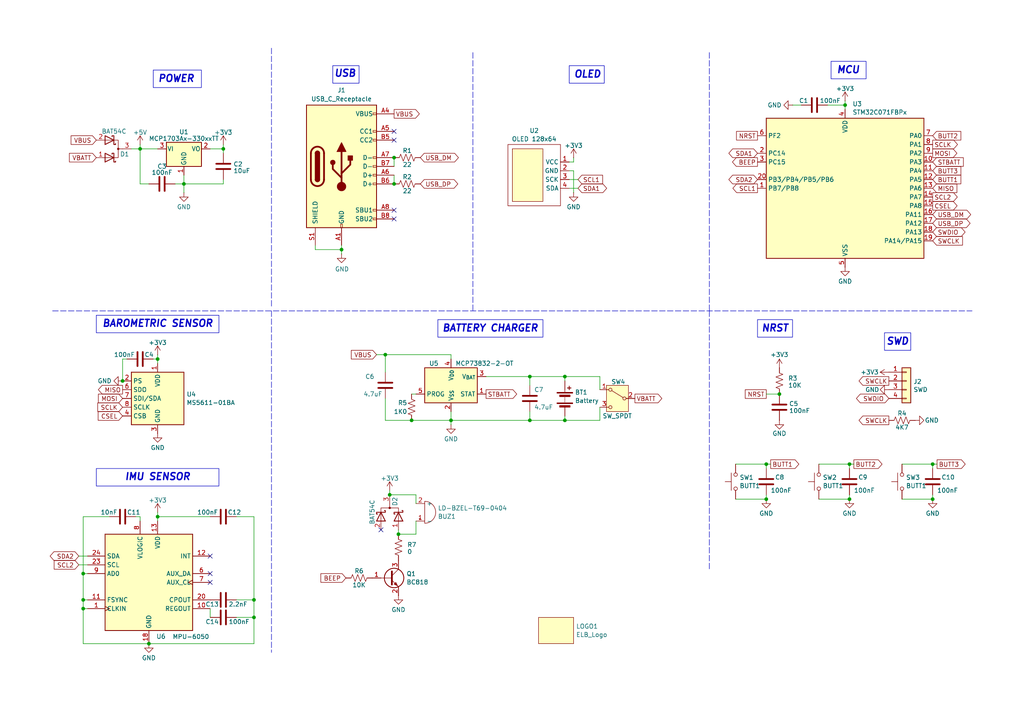
<source format=kicad_sch>
(kicad_sch (version 20250114) (generator "eeschema") (generator_version "9.0")
  (paper "A4")
  (title_block (title "ElbALTM 1") (date "2025-07-02") (rev "1.0") (company "ELB lab") (comment 4 "Altimetro portalie a batteria LiPo"))
  (lib_symbols
    (symbol "Battery_Management:MCP73831-2-OT"
      (property "Reference" "U" (at -7.62 6.35 0))
      (property "Value" "MCP73831-2-OT" (at 1.27 6.35 0))
      (symbol "MCP73831-2-OT_0_1"
        (rectangle (start -7.62 5.08) (end 7.62 -5.08) (stroke (width 0.254)) (fill (type background)))
      )
      (symbol "MCP73831-2-OT_1_1"
        (pin input line (at -10.16 -2.54 0) (length 2.54) (name "PROG") (number "5"))
        (pin power_in line (at 0 7.62 270) (length 2.54) (name "V_{DD}") (number "4"))
        (pin power_in line (at 0 -7.62 90) (length 2.54) (name "V_{SS}") (number "2"))
        (pin power_out line (at 10.16 2.54 180) (length 2.54) (name "V_{BAT}") (number "3"))
        (pin tri_state line (at 10.16 -2.54 180) (length 2.54) (name "STAT") (number "1"))
      )
    )
    (symbol "Connector:USB_C_Receptacle_USB2.0_16P" (pin_names (offset 1.016))
      (property "Reference" "J" (at 0 22.225 0))
      (property "Value" "USB_C_Receptacle_USB2.0_16P" (at 0 19.685 0))
      (symbol "USB_C_Receptacle_USB2.0_16P_0_0"
        (rectangle (start -0.254 -17.78) (end 0.254 -16.764))
        (rectangle (start 10.16 15.494) (end 9.144 14.986))
        (rectangle (start 10.16 10.414) (end 9.144 9.906))
        (rectangle (start 10.16 7.874) (end 9.144 7.366))
        (rectangle (start 10.16 2.794) (end 9.144 2.286))
        (rectangle (start 10.16 0.254) (end 9.144 -0.254))
        (rectangle (start 10.16 -2.286) (end 9.144 -2.794))
        (rectangle (start 10.16 -4.826) (end 9.144 -5.334))
        (rectangle (start 10.16 -12.446) (end 9.144 -12.954))
        (rectangle (start 10.16 -14.986) (end 9.144 -15.494))
      )
      (symbol "USB_C_Receptacle_USB2.0_16P_0_1"
        (rectangle (start -10.16 17.78) (end 10.16 -17.78) (stroke (width 0.254)) (fill (type background)))
        (polyline (pts (xy -8.89 -3.81) (xy -8.89 3.81)) (stroke (width 0.508)))
        (rectangle (start -7.62 -3.81) (end -6.35 3.81) (stroke (width 0.254)) (fill (type outline)))
        (arc (start -7.62 3.81) (mid -6.985 4.4423) (end -6.35 3.81) (stroke (width 0.254)))
        (arc (start -7.62 3.81) (mid -6.985 4.4423) (end -6.35 3.81) (stroke (width 0.254)) (fill (type outline)))
        (arc (start -8.89 3.81) (mid -6.985 5.7067) (end -5.08 3.81) (stroke (width 0.508)))
        (arc (start -5.08 -3.81) (mid -6.985 -5.7067) (end -8.89 -3.81) (stroke (width 0.508)))
        (arc (start -6.35 -3.81) (mid -6.985 -4.4423) (end -7.62 -3.81) (stroke (width 0.254)))
        (arc (start -6.35 -3.81) (mid -6.985 -4.4423) (end -7.62 -3.81) (stroke (width 0.254)) (fill (type outline)))
        (polyline (pts (xy -5.08 3.81) (xy -5.08 -3.81)) (stroke (width 0.508)))
        (circle (center -2.54 1.143) (radius 0.635) (stroke (width 0.254)) (fill (type outline)))
        (polyline (pts (xy -1.27 4.318) (xy 0 6.858) (xy 1.27 4.318) (xy -1.27 4.318)) (stroke (width 0.254)) (fill (type outline)))
        (polyline (pts (xy 0 -2.032) (xy 2.54 0.508) (xy 2.54 1.778)) (stroke (width 0.508)))
        (polyline (pts (xy 0 -3.302) (xy -2.54 -0.762) (xy -2.54 0.508)) (stroke (width 0.508)))
        (polyline (pts (xy 0 -5.842) (xy 0 4.318)) (stroke (width 0.508)))
        (circle (center 0 -5.842) (radius 1.27) (fill (type outline)))
        (rectangle (start 1.905 1.778) (end 3.175 3.048) (stroke (width 0.254)) (fill (type outline)))
      )
      (symbol "USB_C_Receptacle_USB2.0_16P_1_1"
        (pin passive line (at -7.62 -22.86 90) (length 5.08) (name "SHIELD") (number "S1"))
        (pin passive line (at 0 -22.86 90) (length 5.08) (name "GND") (number "A1"))
        (pin passive line (at 0 -22.86 90) (length 5.08) (hide yes) (name "GND") (number "A12"))
        (pin passive line (at 0 -22.86 90) (length 5.08) (hide yes) (name "GND") (number "B1"))
        (pin passive line (at 0 -22.86 90) (length 5.08) (hide yes) (name "GND") (number "B12"))
        (pin passive line (at 15.24 15.24 180) (length 5.08) (name "VBUS") (number "A4"))
        (pin passive line (at 15.24 15.24 180) (length 5.08) (hide yes) (name "VBUS") (number "A9"))
        (pin passive line (at 15.24 15.24 180) (length 5.08) (hide yes) (name "VBUS") (number "B4"))
        (pin passive line (at 15.24 15.24 180) (length 5.08) (hide yes) (name "VBUS") (number "B9"))
        (pin bidirectional line (at 15.24 10.16 180) (length 5.08) (name "CC1") (number "A5"))
        (pin bidirectional line (at 15.24 7.62 180) (length 5.08) (name "CC2") (number "B5"))
        (pin bidirectional line (at 15.24 2.54 180) (length 5.08) (name "D-") (number "A7"))
        (pin bidirectional line (at 15.24 0 180) (length 5.08) (name "D-") (number "B7"))
        (pin bidirectional line (at 15.24 -2.54 180) (length 5.08) (name "D+") (number "A6"))
        (pin bidirectional line (at 15.24 -5.08 180) (length 5.08) (name "D+") (number "B6"))
        (pin bidirectional line (at 15.24 -12.7 180) (length 5.08) (name "SBU1") (number "A8"))
        (pin bidirectional line (at 15.24 -15.24 180) (length 5.08) (name "SBU2") (number "B8"))
      )
    )
    (symbol "Connector_Generic:Conn_01x04" (pin_names (offset 1.016) (hide yes))
      (property "Reference" "J" (at 0 5.08 0))
      (property "Value" "Conn_01x04" (at 0 -7.62 0))
      (symbol "Conn_01x04_1_1"
        (rectangle (start -1.27 3.81) (end 1.27 -6.35) (stroke (width 0.254)) (fill (type background)))
        (rectangle (start -1.27 2.667) (end 0 2.413) (stroke (width 0.1524)))
        (rectangle (start -1.27 0.127) (end 0 -0.127) (stroke (width 0.1524)))
        (rectangle (start -1.27 -2.413) (end 0 -2.667) (stroke (width 0.1524)))
        (rectangle (start -1.27 -4.953) (end 0 -5.207) (stroke (width 0.1524)))
        (pin passive line (at -5.08 2.54 0) (length 3.81) (name "Pin_1") (number "1"))
        (pin passive line (at -5.08 0 0) (length 3.81) (name "Pin_2") (number "2"))
        (pin passive line (at -5.08 -2.54 0) (length 3.81) (name "Pin_3") (number "3"))
        (pin passive line (at -5.08 -5.08 0) (length 3.81) (name "Pin_4") (number "4"))
      )
    )
    (symbol "Device:Battery" (pin_numbers (hide yes)) (pin_names (offset 0) (hide yes))
      (property "Reference" "BT" (at 2.54 2.54 0))
      (property "Value" "Battery" (at 2.54 0 0))
      (symbol "Battery_0_1"
        (rectangle (start -2.286 1.778) (end 2.286 1.524) (fill (type outline)))
        (rectangle (start -2.286 -1.27) (end 2.286 -1.524) (fill (type outline)))
        (rectangle (start -1.524 1.016) (end 1.524 0.508) (fill (type outline)))
        (rectangle (start -1.524 -2.032) (end 1.524 -2.54) (fill (type outline)))
        (polyline (pts (xy 0 1.778) (xy 0 2.54)))
        (polyline (pts (xy 0 0) (xy 0 0.254)))
        (polyline (pts (xy 0 -0.508) (xy 0 -0.254)))
        (polyline (pts (xy 0 -1.016) (xy 0 -0.762)))
        (polyline (pts (xy 0.762 3.048) (xy 1.778 3.048)) (stroke (width 0.254)))
        (polyline (pts (xy 1.27 3.556) (xy 1.27 2.54)) (stroke (width 0.254)))
      )
      (symbol "Battery_1_1"
        (pin passive line (at 0 5.08 270) (length 2.54) (name "+") (number "1"))
        (pin passive line (at 0 -5.08 90) (length 2.54) (name "-") (number "2"))
      )
    )
    (symbol "Device:C" (pin_numbers (hide yes)) (pin_names (offset 0.254))
      (property "Reference" "C" (at 0.635 2.54 0))
      (property "Value" "C" (at 0.635 -2.54 0))
      (symbol "C_0_1"
        (polyline (pts (xy -2.032 0.762) (xy 2.032 0.762)) (stroke (width 0.508)))
        (polyline (pts (xy -2.032 -0.762) (xy 2.032 -0.762)) (stroke (width 0.508)))
      )
      (symbol "C_1_1"
        (pin passive line (at 0 3.81 270) (length 2.794) (name "~") (number "1"))
        (pin passive line (at 0 -3.81 90) (length 2.794) (name "~") (number "2"))
      )
    )
    (symbol "Device:D_Schottky_Dual_CommonCathode_AAK_Parallel" (pin_names (offset 0.762) (hide yes))
      (property "Reference" "D" (at 0 5.08 0))
      (property "Value" "D_Schottky_Dual_CommonCathode_AAK_Parallel" (at 0 -5.08 0))
      (symbol "D_Schottky_Dual_CommonCathode_AAK_Parallel_0_1"
        (polyline (pts (xy -2.54 3.81) (xy 0 2.54) (xy -2.54 1.27) (xy -2.54 3.81) (xy -2.54 3.81) (xy -2.54 3.81)) (stroke (width 0.254)))
        (polyline (pts (xy -2.54 -1.27) (xy 0 -2.54) (xy -2.54 -3.81) (xy -2.54 -1.27) (xy -2.54 -1.27) (xy -2.54 -1.27)) (stroke (width 0.254)))
        (polyline (pts (xy -2.54 -2.54) (xy 1.27 -2.54) (xy 1.27 2.54) (xy -2.54 2.54)))
        (polyline (pts (xy 0.508 3.556) (xy 0.508 3.81) (xy 0 3.81) (xy 0 1.27) (xy -0.508 1.27) (xy -0.508 1.524)) (stroke (width 0.254)))
        (polyline (pts (xy 0.508 -1.524) (xy 0.508 -1.27) (xy 0 -1.27) (xy 0 -3.81) (xy -0.508 -3.81) (xy -0.508 -3.556)) (stroke (width 0.254)))
        (polyline (pts (xy 1.27 0) (xy 2.54 0)))
        (circle (center 1.27 0) (radius 0.254) (fill (type outline)))
        (pin passive line (at -5.08 2.54 0) (length 2.54) (name "A") (number "1"))
        (pin passive line (at -5.08 -2.54 0) (length 2.54) (name "A") (number "2"))
        (pin passive line (at 5.08 0 180) (length 2.54) (name "K") (number "3"))
      )
    )
    (symbol "Device:R_US" (pin_numbers (hide yes)) (pin_names (offset 0))
      (property "Reference" "R" (at 2.54 0 90))
      (property "Value" "R_US" (at -2.54 0 90))
      (symbol "R_US_0_1"
        (polyline (pts (xy 0 2.286) (xy 0 2.54)))
        (polyline (pts (xy 0 2.286) (xy 1.016 1.905) (xy 0 1.524) (xy -1.016 1.143) (xy 0 0.762)))
        (polyline (pts (xy 0 0.762) (xy 1.016 0.381) (xy 0 0) (xy -1.016 -0.381) (xy 0 -0.762)))
        (polyline (pts (xy 0 -0.762) (xy 1.016 -1.143) (xy 0 -1.524) (xy -1.016 -1.905) (xy 0 -2.286)))
        (polyline (pts (xy 0 -2.286) (xy 0 -2.54)))
      )
      (symbol "R_US_1_1"
        (pin passive line (at 0 3.81 270) (length 1.27) (name "~") (number "1"))
        (pin passive line (at 0 -3.81 90) (length 1.27) (name "~") (number "2"))
      )
    )
    (symbol "MCU_ST_STM32C0:STM32C071FBPx"
      (property "Reference" "U" (at -22.86 21.59 0))
      (property "Value" "STM32C071FBPx" (at 2.54 21.59 0))
      (symbol "STM32C071FBPx_0_1"
        (rectangle (start -22.86 -20.32) (end 22.86 20.32) (stroke (width 0.254)) (fill (type background)))
      )
      (symbol "STM32C071FBPx_1_1"
        (pin bidirectional line (at -25.4 15.24 0) (length 2.54) (name "PF2") (number "6"))
        (pin bidirectional line (at -25.4 10.16 0) (length 2.54) (name "PC14") (number "2"))
        (pin bidirectional line (at -25.4 7.62 0) (length 2.54) (name "PC15") (number "3"))
        (pin bidirectional line (at -25.4 2.54 0) (length 2.54) (name "PB3/PB4/PB5/PB6") (number "20"))
        (pin bidirectional line (at -25.4 0 0) (length 2.54) (name "PB7/PB8") (number "1"))
        (pin power_in line (at 0 22.86 270) (length 2.54) (name "VDD") (number "4"))
        (pin power_in line (at 0 -22.86 90) (length 2.54) (name "VSS") (number "5"))
        (pin bidirectional line (at 25.4 15.24 180) (length 2.54) (name "PA0") (number "7"))
        (pin bidirectional line (at 25.4 12.7 180) (length 2.54) (name "PA1") (number "8"))
        (pin bidirectional line (at 25.4 10.16 180) (length 2.54) (name "PA2") (number "9"))
        (pin bidirectional line (at 25.4 7.62 180) (length 2.54) (name "PA3") (number "10"))
        (pin bidirectional line (at 25.4 5.08 180) (length 2.54) (name "PA4") (number "11"))
        (pin bidirectional line (at 25.4 2.54 180) (length 2.54) (name "PA5") (number "12"))
        (pin bidirectional line (at 25.4 0 180) (length 2.54) (name "PA6") (number "13"))
        (pin bidirectional line (at 25.4 -2.54 180) (length 2.54) (name "PA7") (number "14"))
        (pin bidirectional line (at 25.4 -5.08 180) (length 2.54) (name "PA8") (number "15"))
        (pin bidirectional line (at 25.4 -7.62 180) (length 2.54) (name "PA11") (number "16"))
        (pin bidirectional line (at 25.4 -10.16 180) (length 2.54) (name "PA12") (number "17"))
        (pin bidirectional line (at 25.4 -12.7 180) (length 2.54) (name "PA13") (number "18"))
        (pin bidirectional line (at 25.4 -15.24 180) (length 2.54) (name "PA14/PA15") (number "19"))
      )
    )
    (symbol "MyLibrary:BUZZ"
      (property "Reference" "BUZ" (at 0 5.715 0))
      (property "Value" "LD-BZEL-T69-0404" (at 0 -5.08 0))
      (symbol "BUZZ_0_1"
        (polyline (pts (xy -1.651 1.905) (xy -1.143 1.905)))
        (polyline (pts (xy -1.397 2.159) (xy -1.397 1.651)))
        (arc (start 0 3.175) (mid 3.1612 0) (end 0 -3.175))
        (polyline (pts (xy 0 3.175) (xy 0 -3.175)))
      )
      (symbol "BUZZ_1_1"
        (pin passive line (at -2.54 2.54 0) (length 2.54) (name "-") (number "1"))
        (pin passive line (at -2.54 -2.54 0) (length 2.54) (name "+") (number "2"))
      )
    )
    (symbol "MyLibrary:ELB_Logo_Small"
      (property "Reference" "LOGO" (at 0 -1.27 0))
      (property "Value" "ELB_Logo" (at 0 1.27 0))
      (symbol "ELB_Logo_Small_0_1"
        (rectangle (start -5.08 3.81) (end 5.08 -3.81) (stroke (width 0.1524)) (fill (type background)))
      )
    )
    (symbol "OLED:OLED128x64"
      (property "Reference" "U" (at 5.08 11.43 0))
      (property "Value" "OLED 128x64" (at 5.08 8.89 0))
      (symbol "OLED128x64_0_1"
        (rectangle (start -8.89 7.62) (end 8.89 -7.62))
      )
      (symbol "OLED128x64_1_1"
        (rectangle (start -7.62 2.54) (end 7.62 -6.35) (fill (type background)))
        (pin power_in line (at -3.81 10.16 270) (length 2.54) (name "VCC") (number "1"))
        (pin power_in line (at -1.27 10.16 270) (length 2.54) (name "GND") (number "2"))
        (pin input line (at 1.27 10.16 270) (length 2.54) (name "SCK") (number "3"))
        (pin bidirectional line (at 3.81 10.16 270) (length 2.54) (name "SDA") (number "4"))
      )
    )
    (symbol "Regulator_Linear:MCP1703Ax-330xxTT" (pin_names (offset 0.254))
      (property "Reference" "U" (at -3.81 3.175 0))
      (property "Value" "MCP1703Ax-330xxTT" (at 0 3.175 0))
      (symbol "MCP1703Ax-330xxTT_0_1"
        (rectangle (start -5.08 -5.08) (end 5.08 1.905) (stroke (width 0.254)) (fill (type background)))
      )
      (symbol "MCP1703Ax-330xxTT_1_1"
        (pin power_in line (at -7.62 0 0) (length 2.54) (name "VI") (number "3"))
        (pin power_in line (at 0 -7.62 90) (length 2.54) (name "GND") (number "1"))
        (pin power_out line (at 7.62 0 180) (length 2.54) (name "VO") (number "2"))
      )
    )
    (symbol "Sensor_Motion:MPU-6050"
      (property "Reference" "U" (at -11.43 13.97 0))
      (property "Value" "MPU-6050" (at 7.62 -15.24 0))
      (symbol "MPU-6050_0_0"
        (text "" (at 12.7 -2.54 0) (effects (font (size 1.27 1.27))))
      )
      (symbol "MPU-6050_0_1"
        (rectangle (start -12.7 13.97) (end 12.7 -13.97) (stroke (width 0.254)) (fill (type background)))
      )
      (symbol "MPU-6050_1_1"
        (pin bidirectional line (at -17.78 7.62 0) (length 5.08) (name "SDA") (number "24"))
        (pin input line (at -17.78 5.08 0) (length 5.08) (name "SCL") (number "23"))
        (pin input line (at -17.78 2.54 0) (length 5.08) (name "AD0") (number "9"))
        (pin input line (at -17.78 -5.08 0) (length 5.08) (name "FSYNC") (number "11"))
        (pin input clock (at -17.78 -7.62 0) (length 5.08) (name "CLKIN") (number "1"))
        (pin no_connect line (at -12.7 12.7 0) (length 2.54) (hide yes) (name "NC") (number "2"))
        (pin no_connect line (at -12.7 10.16 0) (length 2.54) (hide yes) (name "NC") (number "3"))
        (pin no_connect line (at -12.7 0 0) (length 2.54) (hide yes) (name "NC") (number "4"))
        (pin no_connect line (at -12.7 -2.54 0) (length 2.54) (hide yes) (name "NC") (number "5"))
        (pin no_connect line (at -12.7 -10.16 0) (length 2.54) (hide yes) (name "NC") (number "14"))
        (pin power_in line (at -2.54 17.78 270) (length 3.81) (name "VLOGIC") (number "8"))
        (pin power_in line (at 0 -17.78 90) (length 3.81) (name "GND") (number "18"))
        (pin power_in line (at 2.54 17.78 270) (length 3.81) (name "VDD") (number "13"))
        (pin no_connect line (at 12.7 12.7 180) (length 2.54) (hide yes) (name "NC") (number "15"))
        (pin no_connect line (at 12.7 10.16 180) (length 2.54) (hide yes) (name "NC") (number "16"))
        (pin no_connect line (at 12.7 5.08 180) (length 2.54) (hide yes) (name "NC") (number "17"))
        (pin no_connect line (at 12.7 -2.54 180) (length 2.54) (hide yes) (name "RESV") (number "21"))
        (pin no_connect line (at 12.7 -10.16 180) (length 2.54) (hide yes) (name "RESV") (number "19"))
        (pin no_connect line (at 12.7 -12.7 180) (length 2.54) (hide yes) (name "RESV") (number "22"))
        (pin output line (at 17.78 7.62 180) (length 5.08) (name "INT") (number "12"))
        (pin bidirectional line (at 17.78 2.54 180) (length 5.08) (name "AUX_DA") (number "6"))
        (pin output clock (at 17.78 0 180) (length 5.08) (name "AUX_CL") (number "7"))
        (pin passive line (at 17.78 -5.08 180) (length 5.08) (name "CPOUT") (number "20"))
        (pin passive line (at 17.78 -7.62 180) (length 5.08) (name "REGOUT") (number "10"))
      )
    )
    (symbol "Sensor_Pressure:MS5611-01BA"
      (property "Reference" "U" (at -6.35 8.89 0))
      (property "Value" "MS5611-01BA" (at 7.62 8.89 0))
      (symbol "MS5611-01BA_0_1"
        (rectangle (start -7.62 7.62) (end 7.62 -7.62) (stroke (width 0.254)) (fill (type background)))
      )
      (symbol "MS5611-01BA_1_1"
        (pin input line (at -10.16 5.08 0) (length 2.54) (name "PS") (number "2"))
        (pin output line (at -10.16 2.54 0) (length 2.54) (name "SDO") (number "6"))
        (pin bidirectional line (at -10.16 0 0) (length 2.54) (name "SDI/SDA") (number "7"))
        (pin input line (at -10.16 -2.54 0) (length 2.54) (name "SCLK") (number "8"))
        (pin input line (at -10.16 -5.08 0) (length 2.54) (name "CSB") (number "4"))
        (pin input line (at -10.16 -5.08 0) (length 2.54) (hide yes) (name "CSB") (number "5"))
        (pin power_in line (at 0 10.16 270) (length 2.54) (name "VDD") (number "1"))
        (pin power_in line (at 0 -10.16 90) (length 2.54) (name "GND") (number "3"))
      )
    )
    (symbol "Switch:SW_Push" (pin_numbers (hide yes)) (pin_names (offset 1.016) (hide yes))
      (property "Reference" "SW" (at 1.27 2.54 0))
      (property "Value" "SW_Push" (at 0 -1.524 0))
      (symbol "SW_Push_0_1"
        (circle (center -2.032 0) (radius 0.508))
        (polyline (pts (xy 0 1.27) (xy 0 3.048)))
        (circle (center 2.032 0) (radius 0.508))
        (polyline (pts (xy 2.54 1.27) (xy -2.54 1.27)))
        (pin passive line (at -5.08 0 0) (length 2.54) (name "1") (number "1"))
        (pin passive line (at 5.08 0 180) (length 2.54) (name "2") (number "2"))
      )
    )
    (symbol "Switch:SW_SPDT" (pin_names (offset 0) (hide yes))
      (property "Reference" "SW" (at 0 5.08 0))
      (property "Value" "SW_SPDT" (at 0 -5.08 0))
      (symbol "SW_SPDT_0_1"
        (circle (center -2.032 0) (radius 0.4572))
        (polyline (pts (xy -1.651 0.254) (xy 1.651 2.286)))
        (circle (center 2.032 2.54) (radius 0.4572))
        (circle (center 2.032 -2.54) (radius 0.4572))
      )
      (symbol "SW_SPDT_1_1"
        (rectangle (start -3.175 3.81) (end 3.175 -3.81) (fill (type background)))
        (pin passive line (at -5.08 0 0) (length 2.54) (name "B") (number "2"))
        (pin passive line (at 5.08 2.54 180) (length 2.54) (name "A") (number "1"))
        (pin passive line (at 5.08 -2.54 180) (length 2.54) (name "C") (number "3"))
      )
    )
    (symbol "Transistor_BJT:BC818" (pin_names (offset 0) (hide yes))
      (property "Reference" "Q" (at 5.08 1.905 0))
      (property "Value" "BC818" (at 5.08 0 0))
      (symbol "BC818_0_1"
        (polyline (pts (xy -2.54 0) (xy 0.635 0)))
        (polyline (pts (xy 0.635 1.905) (xy 0.635 -1.905)) (stroke (width 0.508)))
        (circle (center 1.27 0) (radius 2.8194) (stroke (width 0.254)))
      )
      (symbol "BC818_1_1"
        (polyline (pts (xy 0.635 0.635) (xy 2.54 2.54)))
        (polyline (pts (xy 0.635 -0.635) (xy 2.54 -2.54)))
        (polyline (pts (xy 1.27 -1.778) (xy 1.778 -1.27) (xy 2.286 -2.286) (xy 1.27 -1.778)) (fill (type outline)))
        (pin input line (at -5.08 0 0) (length 2.54) (name "B") (number "1"))
        (pin passive line (at 2.54 5.08 270) (length 2.54) (name "C") (number "3"))
        (pin passive line (at 2.54 -5.08 90) (length 2.54) (name "E") (number "2"))
      )
    )
    (symbol "power:+3V3" (power) (pin_numbers (hide yes)) (pin_names (offset 0) (hide yes))
      (property "Value" "+3V3" (at 0 3.556 0))
      (symbol "+3V3_0_1"
        (polyline (pts (xy -0.762 1.27) (xy 0 2.54)))
        (polyline (pts (xy 0 2.54) (xy 0.762 1.27)))
        (polyline (pts (xy 0 0) (xy 0 2.54)))
      )
      (symbol "+3V3_1_1"
        (pin power_in line (at 0 0 90) (length 0) (name "~") (number "1"))
      )
    )
    (symbol "power:+5V" (power) (pin_numbers (hide yes)) (pin_names (offset 0) (hide yes))
      (property "Value" "+5V" (at 0 3.556 0))
      (symbol "+5V_0_1"
        (polyline (pts (xy -0.762 1.27) (xy 0 2.54)))
        (polyline (pts (xy 0 2.54) (xy 0.762 1.27)))
        (polyline (pts (xy 0 0) (xy 0 2.54)))
      )
      (symbol "+5V_1_1"
        (pin power_in line (at 0 0 90) (length 0) (name "~") (number "1"))
      )
    )
    (symbol "power:GND" (power) (pin_numbers (hide yes)) (pin_names (offset 0) (hide yes))
      (property "Value" "GND" (at 0 -3.81 0))
      (symbol "GND_0_1"
        (polyline (pts (xy 0 0) (xy 0 -1.27) (xy 1.27 -1.27) (xy 0 -2.54) (xy -1.27 -1.27) (xy 0 -1.27)))
      )
      (symbol "GND_1_1"
        (pin power_in line (at 0 0 270) (length 0) (name "~") (number "1"))
      )
    )
  )
  (rectangle (start 96.52 19.05) (end 104.14 24.13))
  (rectangle (start 27.94 135.89) (end 63.5 140.97))
  (rectangle (start 127 92.71) (end 157.48 97.79))
  (rectangle (start 165.1 19.05) (end 175.26 24.13))
  (rectangle (start 219.71 92.71) (end 229.87 97.79))
  (rectangle (start 241.046 17.78) (end 251.206 22.86))
  (rectangle (start 44.45 20.32) (end 58.42 25.4))
  (rectangle (start 256.54 96.52) (end 264.16 101.6))
  (rectangle (start 27.94 91.44) (end 63.5 96.52))
  (text "SWD" (at 260.35 100.33 0) (effects (font (size 2.0066 2.0066) (thickness 0.4013) (bold yes) (italic yes)) (justify bottom)))
  (text "IMU SENSOR" (at 45.72 138.43 0) (effects (font (size 2.0066 2.0066) (thickness 0.4013) (bold yes) (italic yes))))
  (text "POWER\n" (at 45.72 24.13 0) (effects (font (size 2.0066 2.0066) (thickness 0.4013) (bold yes) (italic yes)) (justify left bottom)))
  (text "NRST" (at 224.79 96.52 0) (effects (font (size 2.0066 2.0066) (thickness 0.4013) (bold yes) (italic yes)) (justify bottom)))
  (text "USB" (at 103.378 22.606 0) (effects (font (size 2.0066 2.0066) (thickness 0.4013) (bold yes) (italic yes)) (justify right bottom)))
  (text "BATTERY CHARGER" (at 156.21 96.52 0) (effects (font (size 2.0066 2.0066) (thickness 0.4013) (bold yes) (italic yes)) (justify right bottom)))
  (text "BAROMETRIC SENSOR" (at 45.72 93.98 0) (effects (font (size 2.0066 2.0066) (thickness 0.4013) (bold yes) (italic yes))))
  (text "OLED" (at 166.37 22.86 0) (effects (font (size 2.0066 2.0066) (thickness 0.4013) (bold yes) (italic yes)) (justify left bottom)))
  (text "MCU" (at 242.57 21.59 0) (effects (font (size 2.0066 2.0066) (thickness 0.4013) (bold yes) (italic yes)) (justify left bottom)))
  (junction (at 113.03 143.51))
  (junction (at 222.25 134.62))
  (junction (at 64.77 43.18))
  (junction (at 111.76 102.87))
  (junction (at 73.66 173.99))
  (junction (at 99.06 72.39))
  (junction (at 24.13 176.53))
  (junction (at 130.81 121.92))
  (junction (at 35.56 110.49))
  (junction (at 246.38 134.62))
  (junction (at 73.66 179.07))
  (junction (at 246.38 144.78))
  (junction (at 24.13 166.37))
  (junction (at 24.13 173.99))
  (junction (at 114.3 45.72))
  (junction (at 115.57 154.94))
  (junction (at 163.83 121.92))
  (junction (at 40.64 43.18))
  (junction (at 45.72 104.14))
  (junction (at 163.83 109.22))
  (junction (at 226.06 114.3))
  (junction (at 245.11 30.48))
  (junction (at 114.3 53.34))
  (junction (at 270.51 144.78))
  (junction (at 119.38 121.92))
  (junction (at 43.18 186.69))
  (junction (at 153.67 121.92))
  (junction (at 270.51 134.62))
  (junction (at 45.72 149.86))
  (junction (at 153.67 109.22))
  (junction (at 53.34 53.34))
  (junction (at 222.25 144.78))
  (no_connect (at 114.3 60.96))
  (no_connect (at 114.3 63.5))
  (no_connect (at 114.3 40.64))
  (no_connect (at 60.96 161.29))
  (no_connect (at 110.49 153.67))
  (no_connect (at 114.3 38.1))
  (no_connect (at 60.96 166.37))
  (no_connect (at 60.96 168.91))
  (wire (pts (xy 237.49 144.78) (xy 246.38 144.78)))
  (wire (pts (xy 73.66 179.07) (xy 73.66 173.99)))
  (wire (pts (xy 114.3 48.26) (xy 114.3 45.72)))
  (wire (pts (xy 115.57 154.94) (xy 120.65 154.94)))
  (wire (pts (xy 270.51 134.62) (xy 271.78 134.62)))
  (wire (pts (xy 91.44 71.12) (xy 91.44 72.39)))
  (wire (pts (xy 261.62 134.62) (xy 270.51 134.62)))
  (wire (pts (xy 222.25 143.51) (xy 222.25 144.78)))
  (wire (pts (xy 111.76 102.87) (xy 111.76 107.95)))
  (wire (pts (xy 163.83 109.22) (xy 173.99 109.22)))
  (wire (pts (xy 165.1 46.99) (xy 166.37 46.99)))
  (wire (pts (xy 45.72 149.86) (xy 60.96 149.86)))
  (wire (pts (xy 44.45 104.14) (xy 45.72 104.14)))
  (wire (pts (xy 165.1 54.61) (xy 167.64 54.61)))
  (wire (pts (xy 140.97 109.22) (xy 153.67 109.22)))
  (wire (pts (xy 222.25 134.62) (xy 223.52 134.62)))
  (wire (pts (xy 270.51 143.51) (xy 270.51 144.78)))
  (wire (pts (xy 163.83 120.65) (xy 163.83 121.92)))
  (wire (pts (xy 64.77 41.91) (xy 64.77 43.18)))
  (wire (pts (xy 73.66 173.99) (xy 68.58 173.99)))
  (wire (pts (xy 40.64 151.13) (xy 40.64 149.86)))
  (wire (pts (xy 60.96 43.18) (xy 64.77 43.18)))
  (polyline (pts (xy 205.74 15.24) (xy 205.74 90.17)) (stroke (width 0) (type dash)))
  (wire (pts (xy 165.1 52.07) (xy 167.64 52.07)))
  (wire (pts (xy 53.34 53.34) (xy 53.34 50.8)))
  (wire (pts (xy 166.37 49.53) (xy 166.37 55.88)))
  (wire (pts (xy 153.67 119.38) (xy 153.67 121.92)))
  (wire (pts (xy 24.13 173.99) (xy 24.13 176.53)))
  (wire (pts (xy 68.58 179.07) (xy 73.66 179.07)))
  (wire (pts (xy 60.96 179.07) (xy 60.96 176.53)))
  (wire (pts (xy 222.25 134.62) (xy 222.25 135.89)))
  (polyline (pts (xy 78.74 90.17) (xy 78.74 189.23)) (stroke (width 0) (type dash)))
  (wire (pts (xy 229.87 30.48) (xy 232.41 30.48)))
  (wire (pts (xy 64.77 53.34) (xy 53.34 53.34)))
  (wire (pts (xy 45.72 149.86) (xy 45.72 151.13)))
  (wire (pts (xy 163.83 109.22) (xy 153.67 109.22)))
  (wire (pts (xy 113.03 143.51) (xy 120.65 143.51)))
  (wire (pts (xy 111.76 102.87) (xy 130.81 102.87)))
  (wire (pts (xy 246.38 143.51) (xy 246.38 144.78)))
  (wire (pts (xy 43.18 53.34) (xy 40.64 53.34)))
  (wire (pts (xy 173.99 109.22) (xy 173.99 113.03)))
  (wire (pts (xy 99.06 72.39) (xy 99.06 73.66)))
  (wire (pts (xy 111.76 121.92) (xy 119.38 121.92)))
  (wire (pts (xy 130.81 121.92) (xy 153.67 121.92)))
  (wire (pts (xy 109.22 102.87) (xy 111.76 102.87)))
  (wire (pts (xy 40.64 41.91) (xy 40.64 43.18)))
  (wire (pts (xy 213.36 144.78) (xy 222.25 144.78)))
  (wire (pts (xy 24.13 176.53) (xy 25.4 176.53)))
  (wire (pts (xy 130.81 119.38) (xy 130.81 121.92)))
  (wire (pts (xy 166.37 46.99) (xy 166.37 45.72)))
  (wire (pts (xy 40.64 43.18) (xy 45.72 43.18)))
  (wire (pts (xy 163.83 110.49) (xy 163.83 109.22)))
  (wire (pts (xy 53.34 53.34) (xy 53.34 55.88)))
  (wire (pts (xy 120.65 146.05) (xy 120.65 143.51)))
  (wire (pts (xy 165.1 49.53) (xy 166.37 49.53)))
  (wire (pts (xy 246.38 134.62) (xy 247.65 134.62)))
  (wire (pts (xy 24.13 173.99) (xy 25.4 173.99)))
  (wire (pts (xy 73.66 149.86) (xy 73.66 173.99)))
  (wire (pts (xy 25.4 166.37) (xy 24.13 166.37)))
  (wire (pts (xy 173.99 118.11) (xy 173.99 121.92)))
  (wire (pts (xy 111.76 121.92) (xy 111.76 115.57)))
  (wire (pts (xy 40.64 149.86) (xy 39.37 149.86)))
  (wire (pts (xy 73.66 186.69) (xy 73.66 179.07)))
  (wire (pts (xy 213.36 134.62) (xy 222.25 134.62)))
  (wire (pts (xy 24.13 176.53) (xy 24.13 186.69)))
  (wire (pts (xy 24.13 166.37) (xy 24.13 173.99)))
  (wire (pts (xy 64.77 44.45) (xy 64.77 43.18)))
  (wire (pts (xy 246.38 134.62) (xy 246.38 135.89)))
  (polyline (pts (xy 78.74 13.97) (xy 78.74 88.9)) (stroke (width 0) (type dash)))
  (wire (pts (xy 114.3 50.8) (xy 114.3 53.34)))
  (wire (pts (xy 99.06 71.12) (xy 99.06 72.39)))
  (wire (pts (xy 130.81 123.19) (xy 130.81 121.92)))
  (wire (pts (xy 22.86 161.29) (xy 25.4 161.29)))
  (wire (pts (xy 22.86 163.83) (xy 25.4 163.83)))
  (wire (pts (xy 40.64 53.34) (xy 40.64 43.18)))
  (wire (pts (xy 237.49 134.62) (xy 246.38 134.62)))
  (wire (pts (xy 113.03 142.24) (xy 113.03 143.51)))
  (wire (pts (xy 222.25 114.3) (xy 226.06 114.3)))
  (wire (pts (xy 45.72 148.59) (xy 45.72 149.86)))
  (wire (pts (xy 120.65 151.13) (xy 120.65 154.94)))
  (wire (pts (xy 45.72 104.14) (xy 45.72 105.41)))
  (wire (pts (xy 68.58 149.86) (xy 73.66 149.86)))
  (wire (pts (xy 153.67 109.22) (xy 153.67 111.76)))
  (wire (pts (xy 130.81 102.87) (xy 130.81 104.14)))
  (wire (pts (xy 261.62 144.78) (xy 270.51 144.78)))
  (wire (pts (xy 245.11 30.48) (xy 245.11 31.75)))
  (wire (pts (xy 50.8 53.34) (xy 53.34 53.34)))
  (wire (pts (xy 245.11 29.21) (xy 245.11 30.48)))
  (wire (pts (xy 35.56 104.14) (xy 35.56 110.49)))
  (wire (pts (xy 36.83 104.14) (xy 35.56 104.14)))
  (wire (pts (xy 115.57 153.67) (xy 115.57 154.94)))
  (wire (pts (xy 240.03 30.48) (xy 245.11 30.48)))
  (wire (pts (xy 31.75 149.86) (xy 24.13 149.86)))
  (wire (pts (xy 119.38 121.92) (xy 130.81 121.92)))
  (polyline (pts (xy 15.24 90.17) (xy 281.94 90.17)) (stroke (width 0) (type dash)))
  (wire (pts (xy 270.51 134.62) (xy 270.51 135.89)))
  (polyline (pts (xy 205.74 90.17) (xy 205.74 165.1)) (stroke (width 0) (type dash)))
  (wire (pts (xy 119.38 114.3) (xy 120.65 114.3)))
  (polyline (pts (xy 137.16 15.24) (xy 137.16 90.17)) (stroke (width 0) (type dash)))
  (wire (pts (xy 24.13 149.86) (xy 24.13 166.37)))
  (wire (pts (xy 173.99 121.92) (xy 163.83 121.92)))
  (wire (pts (xy 64.77 52.07) (xy 64.77 53.34)))
  (wire (pts (xy 153.67 121.92) (xy 163.83 121.92)))
  (wire (pts (xy 43.18 186.69) (xy 73.66 186.69)))
  (wire (pts (xy 24.13 186.69) (xy 43.18 186.69)))
  (wire (pts (xy 45.72 102.87) (xy 45.72 104.14)))
  (wire (pts (xy 38.1 43.18) (xy 40.64 43.18)))
  (wire (pts (xy 91.44 72.39) (xy 99.06 72.39)))
  (global_label "STBATT" (shape output) (at 140.97 114.3 0) (property "Intersheetrefs" "${INTERSHEET_REFS}" (effects (hide yes))))
  (global_label "SCL1" (shape input) (at 167.64 52.07 0) (property "Intersheetrefs" "${INTERSHEET_REFS}" (effects (hide yes))))
  (global_label "SCL2" (shape input) (at 22.86 163.83 180) (property "Intersheetrefs" "${INTERSHEET_REFS}" (effects (hide yes))))
  (global_label "SCL1" (shape output) (at 219.71 54.61 180) (property "Intersheetrefs" "${INTERSHEET_REFS}" (effects (hide yes))))
  (global_label "USB_DP" (shape bidirectional) (at 121.92 53.34 0) (property "Intersheetrefs" "${INTERSHEET_REFS}" (effects (hide yes))))
  (global_label "CSEL" (shape input) (at 35.56 120.65 180) (property "Intersheetrefs" "${INTERSHEET_REFS}" (effects (hide yes))))
  (global_label "MOSI" (shape input) (at 35.56 115.57 180) (property "Intersheetrefs" "${INTERSHEET_REFS}" (effects (hide yes))))
  (global_label "VBATT" (shape input) (at 27.94 45.72 180) (property "Intersheetrefs" "${INTERSHEET_REFS}" (effects (hide yes))))
  (global_label "MISO" (shape output) (at 35.56 113.03 180) (property "Intersheetrefs" "${INTERSHEET_REFS}" (effects (hide yes))))
  (global_label "NRST" (shape passive) (at 219.71 39.37 180) (property "Intersheetrefs" "${INTERSHEET_REFS}" (effects (hide yes))))
  (global_label "SCLK" (shape input) (at 35.56 118.11 180) (property "Intersheetrefs" "${INTERSHEET_REFS}" (effects (hide yes))))
  (global_label "SCLK" (shape output) (at 270.51 41.91 0) (property "Intersheetrefs" "${INTERSHEET_REFS}" (effects (hide yes))))
  (global_label "VBUS" (shape input) (at 109.22 102.87 180) (property "Intersheetrefs" "${INTERSHEET_REFS}" (effects (hide yes))))
  (global_label "SDA1" (shape bidirectional) (at 167.64 54.61 0) (property "Intersheetrefs" "${INTERSHEET_REFS}" (effects (hide yes))))
  (global_label "BUTT3" (shape input) (at 270.51 49.53 0) (property "Intersheetrefs" "${INTERSHEET_REFS}" (effects (hide yes))))
  (global_label "SWDIO" (shape bidirectional) (at 257.81 115.57 180) (property "Intersheetrefs" "${INTERSHEET_REFS}" (effects (hide yes))))
  (global_label "SDA2" (shape bidirectional) (at 22.86 161.29 180) (property "Intersheetrefs" "${INTERSHEET_REFS}" (effects (hide yes))))
  (global_label "VBUS" (shape output) (at 114.3 33.02 0) (property "Intersheetrefs" "${INTERSHEET_REFS}" (effects (hide yes))))
  (global_label "BEEP" (shape input) (at 100.33 167.64 180) (property "Intersheetrefs" "${INTERSHEET_REFS}" (effects (hide yes))))
  (global_label "BUTT1" (shape output) (at 223.52 134.62 0) (property "Intersheetrefs" "${INTERSHEET_REFS}" (effects (hide yes))))
  (global_label "USB_DM" (shape bidirectional) (at 121.92 45.72 0) (property "Intersheetrefs" "${INTERSHEET_REFS}" (effects (hide yes))))
  (global_label "VBUS" (shape input) (at 27.94 40.64 180) (property "Intersheetrefs" "${INTERSHEET_REFS}" (effects (hide yes))))
  (global_label "BUTT2" (shape input) (at 270.51 39.37 0) (property "Intersheetrefs" "${INTERSHEET_REFS}" (effects (hide yes))))
  (global_label "SDA1" (shape bidirectional) (at 219.71 44.45 180) (property "Intersheetrefs" "${INTERSHEET_REFS}" (effects (hide yes))))
  (global_label "SWDIO" (shape bidirectional) (at 270.51 67.31 0) (property "Intersheetrefs" "${INTERSHEET_REFS}" (effects (hide yes))))
  (global_label "SCL2" (shape output) (at 270.51 57.15 0) (property "Intersheetrefs" "${INTERSHEET_REFS}" (effects (hide yes))))
  (global_label "VBATT" (shape output) (at 184.15 115.57 0) (property "Intersheetrefs" "${INTERSHEET_REFS}" (effects (hide yes))))
  (global_label "BUTT2" (shape output) (at 247.65 134.62 0) (property "Intersheetrefs" "${INTERSHEET_REFS}" (effects (hide yes))))
  (global_label "SWCLK" (shape input) (at 270.51 69.85 0) (property "Intersheetrefs" "${INTERSHEET_REFS}" (effects (hide yes))))
  (global_label "BUTT3" (shape output) (at 271.78 134.62 0) (property "Intersheetrefs" "${INTERSHEET_REFS}" (effects (hide yes))))
  (global_label "MISO" (shape input) (at 270.51 54.61 0) (property "Intersheetrefs" "${INTERSHEET_REFS}" (effects (hide yes))))
  (global_label "MOSI" (shape output) (at 270.51 44.45 0) (property "Intersheetrefs" "${INTERSHEET_REFS}" (effects (hide yes))))
  (global_label "SWCLK" (shape output) (at 257.81 121.92 180) (property "Intersheetrefs" "${INTERSHEET_REFS}" (effects (hide yes))))
  (global_label "USB_DP" (shape bidirectional) (at 270.51 64.77 0) (property "Intersheetrefs" "${INTERSHEET_REFS}" (effects (hide yes))))
  (global_label "USB_DM" (shape bidirectional) (at 270.51 62.23 0) (property "Intersheetrefs" "${INTERSHEET_REFS}" (effects (hide yes))))
  (global_label "CSEL" (shape output) (at 270.51 59.69 0) (property "Intersheetrefs" "${INTERSHEET_REFS}" (effects (hide yes))))
  (global_label "BEEP" (shape output) (at 219.71 46.99 180) (property "Intersheetrefs" "${INTERSHEET_REFS}" (effects (hide yes))))
  (global_label "STBATT" (shape input) (at 270.51 46.99 0) (property "Intersheetrefs" "${INTERSHEET_REFS}" (effects (hide yes))))
  (global_label "SWCLK" (shape output) (at 257.81 110.49 180) (property "Intersheetrefs" "${INTERSHEET_REFS}" (effects (hide yes))))
  (global_label "NRST" (shape passive) (at 222.25 114.3 180) (property "Intersheetrefs" "${INTERSHEET_REFS}" (effects (hide yes))))
  (global_label "SDA2" (shape bidirectional) (at 219.71 52.07 180) (property "Intersheetrefs" "${INTERSHEET_REFS}" (effects (hide yes))))
  (global_label "BUTT1" (shape input) (at 270.51 52.07 0) (property "Intersheetrefs" "${INTERSHEET_REFS}" (effects (hide yes))))
  (symbol (lib_id "MyLibrary:BUZZ") (at 123.19 148.59 0) (mirror x) (unit 1)
    (property "Reference" "BUZ1" (at 126.9862 149.8022 0) (effects (justify left)))
    (property "Value" "LD-BZEL-T69-0404" (at 126.9862 147.3779 0) (effects (justify left)))
    (property "Footprint" "MyLibrary:LD-BZEL-T69-0404" (effects (hide yes)))
  )
  (symbol (lib_id "Device:C") (at 246.38 139.7 0) (unit 1)
    (property "Reference" "C9" (at 248.92 138.43 0) (effects (justify left)))
    (property "Value" "100nF" (at 247.65 142.24 0) (effects (justify left)))
    (property "Footprint" "Capacitor_SMD:C_0805_2012Metric_Pad1.18x1.45mm_HandSolder" (effects (hide yes)))
  )
  (symbol (lib_id "Device:D_Schottky_Dual_CommonCathode_AAK_Parallel") (at 113.03 148.59 270) (mirror x) (unit 1)
    (property "Reference" "D2" (at 114.554 146.812 0) (effects (justify left)))
    (property "Value" "BAT54C" (at 107.95 152.146 0) (effects (justify left)))
    (property "Footprint" "Package_TO_SOT_SMD:SOT-23" (effects (hide yes)))
    (property "Description" "Dual Schottky diode, common cathode on pin 3" (effects (hide yes)))
  )
  (symbol (lib_id "power:GND") (at 226.06 121.92 0) (unit 1)
    (property "Reference" "#PWR015" (effects (hide yes)))
    (property "Value" "GND" (at 226.06 125.73 0))
    (property "Description" "Power symbol creates a global label with name \"GND\" , ground" (effects (hide yes)))
  )
  (symbol (lib_id "Device:C") (at 236.22 30.48 270) (unit 1)
    (property "Reference" "C1" (at 234.442 29.21 90) (effects (justify right)))
    (property "Value" "100nF" (at 243.84 29.21 90) (effects (justify right)))
    (property "Footprint" "Capacitor_SMD:C_0805_2012Metric_Pad1.18x1.45mm_HandSolder" (effects (hide yes)))
    (property "Description" "Unpolarized capacitor" (effects (hide yes)))
  )
  (symbol (lib_id "Device:C") (at 111.76 111.76 0) (unit 1)
    (property "Reference" "C6" (at 105.918 109.22 0) (effects (justify left)))
    (property "Value" "4.7uF" (at 105.41 114.3 0) (effects (justify left)))
    (property "Footprint" "Capacitor_SMD:C_0805_2012Metric_Pad1.18x1.45mm_HandSolder" (effects (hide yes)))
  )
  (symbol (lib_id "Device:C") (at 222.25 139.7 0) (unit 1)
    (property "Reference" "C8" (at 224.79 138.43 0) (effects (justify left)))
    (property "Value" "100nF" (at 223.52 142.24 0) (effects (justify left)))
    (property "Footprint" "Capacitor_SMD:C_0805_2012Metric_Pad1.18x1.45mm_HandSolder" (effects (hide yes)))
  )
  (symbol (lib_id "Connector_Generic:Conn_01x04") (at 262.89 110.49 0) (unit 1)
    (property "Reference" "J2" (at 264.922 110.6932 0) (effects (justify left)))
    (property "Value" "SWD" (at 264.922 113.0046 0) (effects (justify left)))
    (property "Footprint" "Connector_PinHeader_2.54mm:PinHeader_1x04_P2.54mm_Horizontal" (effects (hide yes)))
  )
  (symbol (lib_id "power:GND") (at 53.34 55.88 0) (unit 1)
    (property "Reference" "#PWR06" (effects (hide yes)))
    (property "Value" "GND" (at 53.34 60.0155 0))
    (property "Description" "Power symbol creates a global label with name \"GND\" , ground" (effects (hide yes)))
  )
  (symbol (lib_id "OLED:OLED128x64") (at 154.94 50.8 270) (unit 1)
    (property "Reference" "U2" (at 154.94 37.8925 90))
    (property "Value" "OLED 128x64" (at 154.94 40.3168 90))
    (property "Footprint" "OLED:oled128x64_wo_holes" (effects (hide yes)))
  )
  (symbol (lib_id "power:GND") (at 166.37 55.88 0) (unit 1)
    (property "Reference" "#PWR07" (effects (hide yes)))
    (property "Value" "GND" (at 166.37 60.0155 0))
    (property "Description" "Power symbol creates a global label with name \"GND\" , ground" (effects (hide yes)))
  )
  (symbol (lib_id "Device:C") (at 64.77 48.26 0) (unit 1)
    (property "Reference" "C2" (at 67.691 47.6163 0) (effects (justify left)))
    (property "Value" "10uF" (at 67.691 49.5373 0) (effects (justify left)))
    (property "Footprint" "Capacitor_SMD:C_0805_2012Metric_Pad1.18x1.45mm_HandSolder" (effects (hide yes)))
    (property "Description" "Unpolarized capacitor" (effects (hide yes)))
  )
  (symbol (lib_id "Device:R_US") (at 119.38 118.11 0) (unit 1)
    (property "Reference" "R5" (at 118.11 116.84 0) (effects (justify right)))
    (property "Value" "1K0" (at 118.11 119.38 0) (effects (justify right)))
    (property "Footprint" "Resistor_SMD:R_0805_2012Metric_Pad1.20x1.40mm_HandSolder" (effects (hide yes)))
  )
  (symbol (lib_id "Device:C") (at 64.77 149.86 270) (mirror x) (unit 1)
    (property "Reference" "C12" (at 66.04 148.59 90) (effects (justify left)))
    (property "Value" "100nF" (at 63.246 148.59 90) (effects (justify right)))
    (property "Footprint" "Capacitor_SMD:C_0805_2012Metric_Pad1.18x1.45mm_HandSolder" (effects (hide yes)))
  )
  (symbol (lib_id "Sensor_Pressure:MS5611-01BA") (at 45.72 115.57 0) (unit 1)
    (property "Reference" "U4" (at 54.102 114.3578 0) (effects (justify left)))
    (property "Value" "MS5611-01BA" (at 54.102 116.7821 0) (effects (justify left)))
    (property "Footprint" "Package_LGA:LGA-8_3x5mm_P1.25mm" (effects (hide yes)))
    (property "Datasheet" "https://www.te.com/commerce/DocumentDelivery/DDEController?Action=srchrtrv&DocNm=MS5611-01BA03&DocType=Data+Sheet&DocLang=English" (effects (hide yes)))
    (property "Description" "Barometric pressure sensor, 10cm resolution, 10 to 1200 mbar, I2C and SPI interface up to 20MHz, LGA-8" (effects (hide yes)))
  )
  (symbol (lib_id "Device:C") (at 40.64 104.14 270) (mirror x) (unit 1)
    (property "Reference" "C4" (at 41.91 102.87 90) (effects (justify left)))
    (property "Value" "100nF" (at 39.116 102.87 90) (effects (justify right)))
    (property "Footprint" "Capacitor_SMD:C_0805_2012Metric_Pad1.18x1.45mm_HandSolder" (effects (hide yes)))
  )
  (symbol (lib_id "Switch:SW_Push") (at 237.49 139.7 90) (unit 1)
    (property "Reference" "SW2" (at 238.633 138.4878 90) (effects (justify right)))
    (property "Value" "BUTT1" (at 238.633 140.9121 90) (effects (justify right)))
    (property "Footprint" "Button_Switch_SMD:SW_Push_1P1T_NO_E-Switch_TL3301NxxxxxG" (effects (hide yes)))
  )
  (symbol (lib_id "power:GND") (at 246.38 144.78 0) (unit 1)
    (property "Reference" "#PWR020" (effects (hide yes)))
    (property "Value" "GND" (at 246.38 148.9131 0))
  )
  (symbol (lib_id "power:+3V3") (at 45.72 102.87 0) (unit 1)
    (property "Reference" "#PWR010" (effects (hide yes)))
    (property "Value" "+3V3" (at 45.72 99.3681 0))
    (property "Description" "Power symbol creates a global label with name \"+3V3\"" (effects (hide yes)))
  )
  (symbol (lib_id "Device:C") (at 46.99 53.34 90) (unit 1)
    (property "Reference" "C3" (at 46.99 48.26 90))
    (property "Value" "100nF" (at 46.99 50.038 90))
    (property "Footprint" "Capacitor_SMD:C_0805_2012Metric_Pad1.18x1.45mm_HandSolder" (effects (hide yes)))
    (property "Description" "Unpolarized capacitor" (effects (hide yes)))
  )
  (symbol (lib_id "power:GND") (at 229.87 30.48 270) (unit 1)
    (property "Reference" "#PWR02" (effects (hide yes)))
    (property "Value" "GND" (at 226.6951 30.48 90) (effects (justify right)))
    (property "Description" "Power symbol creates a global label with name \"GND\" , ground" (effects (hide yes)))
  )
  (symbol (lib_id "power:GND") (at 35.56 110.49 270) (unit 1)
    (property "Reference" "#PWR013" (effects (hide yes)))
    (property "Value" "GND" (at 32.3851 110.49 90) (effects (justify right)))
  )
  (symbol (lib_id "Device:Battery") (at 163.83 115.57 0) (unit 1)
    (property "Reference" "BT1" (at 166.751 113.7864 0) (effects (justify left)))
    (property "Value" "Battery" (at 166.751 116.2106 0) (effects (justify left)))
    (property "Footprint" "Connector_JST:JST_PH_S2B-PH-K_1x02_P2.00mm_Horizontal" (effects (hide yes)))
  )
  (symbol (lib_id "Connector:USB_C_Receptacle_USB2.0_16P") (at 99.06 48.26 0) (unit 1)
    (property "Reference" "J1" (at 99.06 26.1651 0))
    (property "Value" "USB_C_Receptacle" (at 99.06 28.702 0))
    (property "Footprint" "Connector_USB:USB_C_Receptacle_HRO_TYPE-C-31-M-12" (effects (hide yes)))
    (property "Datasheet" "https://www.usb.org/sites/default/files/documents/usb_type-c.zip" (effects (hide yes)))
    (property "Description" "USB 2.0-only 16P Type-C Receptacle connector" (effects (hide yes)))
  )
  (symbol (lib_id "MCU_ST_STM32C0:STM32C071FBPx") (at 245.11 54.61 0) (unit 1)
    (property "Reference" "U3" (at 247.2533 30.1455 0) (effects (justify left)))
    (property "Value" "STM32C071FBPx" (at 247.2533 32.5698 0) (effects (justify left)))
    (property "Footprint" "Package_SO:TSSOP-20_4.4x6.5mm_P0.65mm" (effects (hide yes)))
    (property "Datasheet" "https://www.st.com/resource/en/datasheet/stm32c071fb.pdf" (effects (hide yes)))
    (property "Description" "STMicroelectronics Arm Cortex-M0+ MCU, 128KB flash, 24KB RAM, 18 GPIO, TSSOP20_GP" (effects (hide yes)))
  )
  (symbol (lib_id "power:GND") (at 99.06 73.66 0) (unit 1)
    (property "Reference" "#PWR08" (effects (hide yes)))
    (property "Value" "GND" (at 99.187 78.0542 0))
    (property "Description" "Power symbol creates a global label with name \"GND\" , ground" (effects (hide yes)))
  )
  (symbol (lib_id "Device:C") (at 64.77 179.07 90) (mirror x) (unit 1)
    (property "Reference" "C14" (at 63.5 180.34 90) (effects (justify left)))
    (property "Value" "100nF" (at 66.294 180.34 90) (effects (justify right)))
    (property "Footprint" "Capacitor_SMD:C_0805_2012Metric_Pad1.18x1.45mm_HandSolder" (effects (hide yes)))
  )
  (symbol (lib_id "Regulator_Linear:MCP1703Ax-330xxTT") (at 53.34 43.18 0) (unit 1)
    (property "Reference" "U1" (at 53.34 38.2651 0))
    (property "Value" "MCP1703Ax-330xxTT" (at 53.34 40.1861 0))
    (property "Footprint" "Package_TO_SOT_SMD:SOT-23" (effects (hide yes)))
    (property "Datasheet" "http://ww1.microchip.com/downloads/en/DeviceDoc/20005122B.pdf" (effects (hide yes)))
    (property "Description" "Low Quiescent Current LDO Regulator, 3.3V, 250mA, Vin<=16V, SOT-23" (effects (hide yes)))
  )
  (symbol (lib_id "Switch:SW_Push") (at 213.36 139.7 90) (unit 1)
    (property "Reference" "SW1" (at 214.503 138.4878 90) (effects (justify right)))
    (property "Value" "BUTT1" (at 214.503 140.9121 90) (effects (justify right)))
    (property "Footprint" "Button_Switch_SMD:SW_Push_1P1T_NO_E-Switch_TL3301NxxxxxG" (effects (hide yes)))
  )
  (symbol (lib_id "power:GND") (at 115.57 172.72 0) (unit 1)
    (property "Reference" "#PWR024" (effects (hide yes)))
    (property "Value" "GND" (at 115.57 176.8531 0))
  )
  (symbol (lib_id "power:+3V3") (at 226.06 106.68 0) (unit 1)
    (property "Reference" "#PWR011" (effects (hide yes)))
    (property "Value" "+3V3" (at 226.06 102.87 0))
    (property "Description" "Power symbol creates a global label with name \"+3V3\"" (effects (hide yes)))
  )
  (symbol (lib_id "Device:R_US") (at 115.57 158.75 0) (unit 1)
    (property "Reference" "R7" (at 118.11 157.988 0) (effects (justify left)))
    (property "Value" "0" (at 118.11 160.02 0) (effects (justify left)))
    (property "Footprint" "Resistor_SMD:R_0805_2012Metric_Pad1.20x1.40mm_HandSolder" (effects (hide yes)))
    (property "Description" "Resistor, US symbol" (effects (hide yes)))
  )
  (symbol (lib_id "Device:C") (at 35.56 149.86 270) (mirror x) (unit 1)
    (property "Reference" "C11" (at 36.83 148.59 90) (effects (justify left)))
    (property "Value" "10nF" (at 34.036 148.59 90) (effects (justify right)))
    (property "Footprint" "Capacitor_SMD:C_0805_2012Metric_Pad1.18x1.45mm_HandSolder" (effects (hide yes)))
  )
  (symbol (lib_id "Switch:SW_Push") (at 261.62 139.7 90) (unit 1)
    (property "Reference" "SW3" (at 262.763 138.4878 90) (effects (justify right)))
    (property "Value" "BUTT1" (at 262.763 140.9121 90) (effects (justify right)))
    (property "Footprint" "Button_Switch_SMD:SW_Push_1P1T_NO_E-Switch_TL3301NxxxxxG" (effects (hide yes)))
  )
  (symbol (lib_id "power:GND") (at 270.51 144.78 0) (unit 1)
    (property "Reference" "#PWR021" (effects (hide yes)))
    (property "Value" "GND" (at 270.51 148.9131 0))
  )
  (symbol (lib_id "power:+3V3") (at 166.37 45.72 0) (unit 1)
    (property "Reference" "#PWR05" (effects (hide yes)))
    (property "Value" "+3V3" (at 166.37 42.2181 0))
    (property "Description" "Power symbol creates a global label with name \"+3V3\"" (effects (hide yes)))
  )
  (symbol (lib_id "power:GND") (at 222.25 144.78 0) (unit 1)
    (property "Reference" "#PWR019" (effects (hide yes)))
    (property "Value" "GND" (at 222.25 148.9131 0))
  )
  (symbol (lib_id "Transistor_BJT:BC818") (at 113.03 167.64 0) (unit 1)
    (property "Reference" "Q1" (at 117.8814 166.4278 0) (effects (justify left)))
    (property "Value" "BC818" (at 117.8814 168.8521 0) (effects (justify left)))
    (property "Footprint" "Package_TO_SOT_SMD:SOT-23" (effects (hide yes)))
    (property "Datasheet" "https://www.onsemi.com/pub/Collateral/BC818-D.pdf" (effects (hide yes)))
    (property "Description" "0.8A Ic, 25V Vce, NPN Transistor, SOT-23" (effects (hide yes)))
  )
  (symbol (lib_id "Device:R_US") (at 226.06 110.49 0) (unit 1)
    (property "Reference" "R3" (at 228.6 109.728 0) (effects (justify left)))
    (property "Value" "10K" (at 228.6 111.76 0) (effects (justify left)))
    (property "Footprint" "Resistor_SMD:R_0805_2012Metric_Pad1.20x1.40mm_HandSolder" (effects (hide yes)))
    (property "Description" "Resistor, US symbol" (effects (hide yes)))
  )
  (symbol (lib_id "Sensor_Motion:MPU-6050") (at 43.18 168.91 0) (unit 1)
    (property "Reference" "U6" (at 45.3233 184.6001 0) (effects (justify left)))
    (property "Value" "MPU-6050" (at 50.038 184.658 0) (effects (justify left)))
    (property "Footprint" "Sensor_Motion:InvenSense_QFN-24_4x4mm_P0.5mm" (effects (hide yes)))
    (property "Datasheet" "https://invensense.tdk.com/wp-content/uploads/2015/02/MPU-6000-Datasheet1.pdf" (effects (hide yes)))
    (property "Description" "InvenSense 6-Axis Motion Sensor, Gyroscope, Accelerometer, I2C" (effects (hide yes)))
  )
  (symbol (lib_id "power:GND") (at 43.18 186.69 0) (unit 1)
    (property "Reference" "#PWR023" (effects (hide yes)))
    (property "Value" "GND" (at 43.18 190.8231 0))
  )
  (symbol (lib_id "Device:R_US") (at 118.11 45.72 90) (unit 1)
    (property "Reference" "R1" (at 118.11 43.688 90))
    (property "Value" "22" (at 118.11 47.752 90))
    (property "Footprint" "Resistor_SMD:R_0805_2012Metric_Pad1.20x1.40mm_HandSolder" (effects (hide yes)))
    (property "Description" "Resistor, US symbol" (effects (hide yes)))
  )
  (symbol (lib_id "Device:C") (at 153.67 115.57 0) (unit 1)
    (property "Reference" "C7" (at 154.94 113.03 0) (effects (justify left)))
    (property "Value" "4.7uF" (at 154.94 118.11 0) (effects (justify left)))
    (property "Footprint" "Capacitor_SMD:C_0805_2012Metric_Pad1.18x1.45mm_HandSolder" (effects (hide yes)))
  )
  (symbol (lib_id "Battery_Management:MCP73831-2-OT") (at 130.81 111.76 0) (unit 1)
    (property "Reference" "U5" (at 124.46 105.41 0) (effects (justify left)))
    (property "Value" "MCP73832-2-OT" (at 132.08 105.41 0) (effects (justify left)))
    (property "Footprint" "Package_TO_SOT_SMD:SOT-23-5" (effects (hide yes)))
    (property "Datasheet" "http://ww1.microchip.com/downloads/en/DeviceDoc/20001984g.pdf" (effects (hide yes)))
    (property "Description" "Single cell, Li-Ion/Li-Po charge management controller, 4.20V, Tri-State Status Output, in SOT23-5 package" (effects (hide yes)))
  )
  (symbol (lib_id "power:GND") (at 265.43 121.92 90) (unit 1)
    (property "Reference" "#PWR016" (effects (hide yes)))
    (property "Value" "GND" (at 270.256 121.92 90))
    (property "Description" "Power symbol creates a global label with name \"GND\" , ground" (effects (hide yes)))
  )
  (symbol (lib_id "power:GND") (at 45.72 125.73 0) (unit 1)
    (property "Reference" "#PWR017" (effects (hide yes)))
    (property "Value" "GND" (at 45.72 129.8631 0))
  )
  (symbol (lib_id "power:GND") (at 245.11 77.47 0) (unit 1)
    (property "Reference" "#PWR09" (effects (hide yes)))
    (property "Value" "GND" (at 245.11 81.6055 0))
    (property "Description" "Power symbol creates a global label with name \"GND\" , ground" (effects (hide yes)))
  )
  (symbol (lib_id "power:GND") (at 257.81 113.03 270) (unit 1)
    (property "Reference" "#PWR014" (effects (hide yes)))
    (property "Value" "GND" (at 252.984 113.03 90))
    (property "Description" "Power symbol creates a global label with name \"GND\" , ground" (effects (hide yes)))
  )
  (symbol (lib_id "Device:C") (at 270.51 139.7 0) (unit 1)
    (property "Reference" "C10" (at 273.05 138.43 0) (effects (justify left)))
    (property "Value" "100nF" (at 271.78 142.24 0) (effects (justify left)))
    (property "Footprint" "Capacitor_SMD:C_0805_2012Metric_Pad1.18x1.45mm_HandSolder" (effects (hide yes)))
  )
  (symbol (lib_id "MyLibrary:ELB_Logo_Small") (at 161.29 182.88 0) (unit 1)
    (property "Reference" "LOGO1" (at 167.0812 181.6678 0) (effects (justify left)))
    (property "Value" "ELB_Logo" (at 167.0812 184.0921 0) (effects (justify left)))
    (property "Footprint" "MyLibrary:HDO_very_small_bn" (effects (hide yes)))
  )
  (symbol (lib_id "Device:D_Schottky_Dual_CommonCathode_AAK_Parallel") (at 33.02 43.18 0) (mirror x) (unit 1)
    (property "Reference" "D1" (at 34.798 44.704 0) (effects (justify left)))
    (property "Value" "BAT54C" (at 29.464 38.1 0) (effects (justify left)))
    (property "Footprint" "Package_TO_SOT_SMD:SOT-23" (effects (hide yes)))
    (property "Description" "Dual Schottky diode, common cathode on pin 3" (effects (hide yes)))
  )
  (symbol (lib_id "Device:C") (at 226.06 118.11 0) (unit 1)
    (property "Reference" "C5" (at 228.854 117.094 0) (effects (justify left)))
    (property "Value" "100nF" (at 228.854 119.126 0) (effects (justify left)))
    (property "Footprint" "Capacitor_SMD:C_0805_2012Metric_Pad1.18x1.45mm_HandSolder" (effects (hide yes)))
    (property "Description" "Unpolarized capacitor" (effects (hide yes)))
  )
  (symbol (lib_id "power:+5V") (at 40.64 41.91 0) (unit 1)
    (property "Reference" "#PWR03" (effects (hide yes)))
    (property "Value" "+5V" (at 40.64 38.4081 0))
    (property "Description" "Power symbol creates a global label with name \"+5V\"" (effects (hide yes)))
  )
  (symbol (lib_id "Device:R_US") (at 104.14 167.64 90) (unit 1)
    (property "Reference" "R6" (at 104.14 165.608 90))
    (property "Value" "10K" (at 104.14 169.672 90))
    (property "Footprint" "Resistor_SMD:R_0805_2012Metric_Pad1.20x1.40mm_HandSolder" (effects (hide yes)))
    (property "Description" "Resistor, US symbol" (effects (hide yes)))
  )
  (symbol (lib_id "power:GND") (at 130.81 123.19 0) (unit 1)
    (property "Reference" "#PWR018" (effects (hide yes)))
    (property "Value" "GND" (at 130.81 127.3231 0))
  )
  (symbol (lib_id "power:+3V3") (at 64.77 41.91 0) (unit 1)
    (property "Reference" "#PWR04" (effects (hide yes)))
    (property "Value" "+3V3" (at 64.77 38.4081 0))
    (property "Description" "Power symbol creates a global label with name \"+3V3\"" (effects (hide yes)))
  )
  (symbol (lib_id "power:+3V3") (at 45.72 148.59 0) (unit 1)
    (property "Reference" "#PWR022" (effects (hide yes)))
    (property "Value" "+3V3" (at 45.72 145.0881 0))
    (property "Description" "Power symbol creates a global label with name \"+3V3\"" (effects (hide yes)))
  )
  (symbol (lib_id "Device:C") (at 64.77 173.99 90) (mirror x) (unit 1)
    (property "Reference" "C13" (at 63.5 175.26 90) (effects (justify left)))
    (property "Value" "2.2nF" (at 66.294 175.26 90) (effects (justify right)))
    (property "Footprint" "Capacitor_SMD:C_0805_2012Metric_Pad1.18x1.45mm_HandSolder" (effects (hide yes)))
  )
  (symbol (lib_id "power:+3V3") (at 113.03 142.24 0) (unit 1)
    (property "Reference" "#PWR025" (effects (hide yes)))
    (property "Value" "+3V3" (at 113.03 138.7381 0))
    (property "Description" "Power symbol creates a global label with name \"+3V3\"" (effects (hide yes)))
  )
  (symbol (lib_id "power:+3V3") (at 245.11 29.21 0) (unit 1)
    (property "Reference" "#PWR01" (effects (hide yes)))
    (property "Value" "+3V3" (at 245.11 25.7081 0))
    (property "Description" "Power symbol creates a global label with name \"+3V3\"" (effects (hide yes)))
  )
  (symbol (lib_id "Switch:SW_SPDT") (at 179.07 115.57 0) (mirror y) (unit 1)
    (property "Reference" "SW4" (at 177.292 110.744 0) (effects (justify right)))
    (property "Value" "SW_SPDT" (at 174.752 120.65 0) (effects (justify right)))
    (property "Footprint" "Button_Switch_SMD:SW_SPDT_CK_JS102011SAQN" (effects (hide yes)))
    (property "Description" "Switch, single pole double throw" (effects (hide yes)))
  )
  (symbol (lib_id "Device:R_US") (at 118.11 53.34 90) (unit 1)
    (property "Reference" "R2" (at 118.11 51.308 90))
    (property "Value" "22" (at 118.11 55.372 90))
    (property "Footprint" "Resistor_SMD:R_0805_2012Metric_Pad1.20x1.40mm_HandSolder" (effects (hide yes)))
    (property "Description" "Resistor, US symbol" (effects (hide yes)))
  )
  (symbol (lib_id "Device:R_US") (at 261.62 121.92 90) (unit 1)
    (property "Reference" "R4" (at 261.62 119.888 90))
    (property "Value" "4K7" (at 261.62 123.952 90))
    (property "Footprint" "Resistor_SMD:R_0805_2012Metric_Pad1.20x1.40mm_HandSolder" (effects (hide yes)))
    (property "Description" "Resistor, US symbol" (effects (hide yes)))
  )
  (symbol (lib_id "power:+3V3") (at 257.81 107.95 90) (unit 1)
    (property "Reference" "#PWR012" (effects (hide yes)))
    (property "Value" "+3V3" (at 252.222 107.95 90))
    (property "Description" "Power symbol creates a global label with name \"+3V3\"" (effects (hide yes)))
  )
)
</source>
